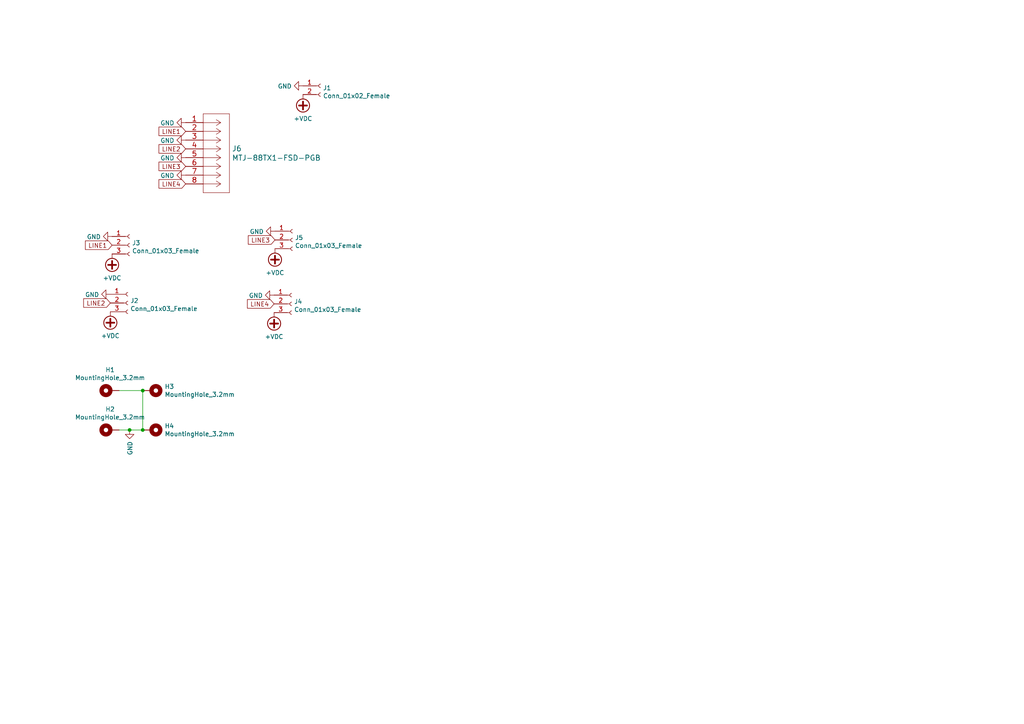
<source format=kicad_sch>
(kicad_sch (version 20211123) (generator eeschema)
  (paper "A4")
  (lib_symbols
    (symbol "2021-08-17_20-41-37:MTJ-88TX1-FSD-PGB" (pin_names (offset 0.254) hide)
      (property "Reference" "J" (at 8.89 6.35 0))
      (property "Value" "2021-08-17_20-41-37_MTJ-88TX1-FSD-PGB" (at 10.16 -10.16 0))
      (symbol "MTJ-88TX1-FSD-PGB_1_1"
        (polyline (pts (xy 5.08 -20.32) (xy 12.7 -20.32)) (stroke (width 0.127)))
        (polyline (pts (xy 5.08 2.54) (xy 5.08 -20.32)) (stroke (width 0.127)))
        (polyline (pts (xy 10.16 -17.78) (xy 5.08 -17.78)) (stroke (width 0.127)))
        (polyline (pts (xy 10.16 -17.78) (xy 8.89 -18.6182)) (stroke (width 0.127)))
        (polyline (pts (xy 10.16 -17.78) (xy 8.89 -16.9418)) (stroke (width 0.127)))
        (polyline (pts (xy 10.16 -15.24) (xy 5.08 -15.24)) (stroke (width 0.127)))
        (polyline (pts (xy 10.16 -15.24) (xy 8.89 -16.0782)) (stroke (width 0.127)))
        (polyline (pts (xy 10.16 -15.24) (xy 8.89 -14.4018)) (stroke (width 0.127)))
        (polyline (pts (xy 10.16 -12.7) (xy 5.08 -12.7)) (stroke (width 0.127)))
        (polyline (pts (xy 10.16 -12.7) (xy 8.89 -13.5382)) (stroke (width 0.127)))
        (polyline (pts (xy 10.16 -12.7) (xy 8.89 -11.8618)) (stroke (width 0.127)))
        (polyline (pts (xy 10.16 -10.16) (xy 5.08 -10.16)) (stroke (width 0.127)))
        (polyline (pts (xy 10.16 -10.16) (xy 8.89 -10.9982)) (stroke (width 0.127)))
        (polyline (pts (xy 10.16 -10.16) (xy 8.89 -9.3218)) (stroke (width 0.127)))
        (polyline (pts (xy 10.16 -7.62) (xy 5.08 -7.62)) (stroke (width 0.127)))
        (polyline (pts (xy 10.16 -7.62) (xy 8.89 -8.4582)) (stroke (width 0.127)))
        (polyline (pts (xy 10.16 -7.62) (xy 8.89 -6.7818)) (stroke (width 0.127)))
        (polyline (pts (xy 10.16 -5.08) (xy 5.08 -5.08)) (stroke (width 0.127)))
        (polyline (pts (xy 10.16 -5.08) (xy 8.89 -5.9182)) (stroke (width 0.127)))
        (polyline (pts (xy 10.16 -5.08) (xy 8.89 -4.2418)) (stroke (width 0.127)))
        (polyline (pts (xy 10.16 -2.54) (xy 5.08 -2.54)) (stroke (width 0.127)))
        (polyline (pts (xy 10.16 -2.54) (xy 8.89 -3.3782)) (stroke (width 0.127)))
        (polyline (pts (xy 10.16 -2.54) (xy 8.89 -1.7018)) (stroke (width 0.127)))
        (polyline (pts (xy 10.16 0) (xy 5.08 0)) (stroke (width 0.127)))
        (polyline (pts (xy 10.16 0) (xy 8.89 -0.8382)) (stroke (width 0.127)))
        (polyline (pts (xy 10.16 0) (xy 8.89 0.8382)) (stroke (width 0.127)))
        (polyline (pts (xy 12.7 -20.32) (xy 12.7 2.54)) (stroke (width 0.127)))
        (polyline (pts (xy 12.7 2.54) (xy 5.08 2.54)) (stroke (width 0.127)))
        (pin unspecified line (at 0 0 0) (length 5.08) (name "1") (number "1"))
        (pin unspecified line (at 0 -2.54 0) (length 5.08) (name "2") (number "2"))
        (pin unspecified line (at 0 -5.08 0) (length 5.08) (name "3") (number "3"))
        (pin unspecified line (at 0 -7.62 0) (length 5.08) (name "4") (number "4"))
        (pin unspecified line (at 0 -10.16 0) (length 5.08) (name "5") (number "5"))
        (pin unspecified line (at 0 -12.7 0) (length 5.08) (name "6") (number "6"))
        (pin unspecified line (at 0 -15.24 0) (length 5.08) (name "7") (number "7"))
        (pin unspecified line (at 0 -17.78 0) (length 5.08) (name "8") (number "8"))
      )
    )
    (symbol "Connector:Conn_01x02_Female" (pin_names (offset 1.016) hide)
      (property "Reference" "J" (at 0 2.54 0))
      (property "Value" "Conn_01x02_Female" (at 0 -5.08 0))
      (symbol "Conn_01x02_Female_1_1"
        (arc (start 0 -2.032) (mid -0.508 -2.54) (end 0 -3.048) (stroke (width 0.1524)))
        (polyline (pts (xy -1.27 -2.54) (xy -0.508 -2.54)) (stroke (width 0.1524)))
        (polyline (pts (xy -1.27 0) (xy -0.508 0)) (stroke (width 0.1524)))
        (arc (start 0 0.508) (mid -0.508 0) (end 0 -0.508) (stroke (width 0.1524)))
        (pin passive line (at -5.08 0 0) (length 3.81) (name "Pin_1") (number "1"))
        (pin passive line (at -5.08 -2.54 0) (length 3.81) (name "Pin_2") (number "2"))
      )
    )
    (symbol "Connector:Conn_01x03_Female" (pin_names (offset 1.016) hide)
      (property "Reference" "J" (at 0 5.08 0))
      (property "Value" "Conn_01x03_Female" (at 0 -5.08 0))
      (symbol "Conn_01x03_Female_1_1"
        (arc (start 0 -2.032) (mid -0.508 -2.54) (end 0 -3.048) (stroke (width 0.1524)))
        (polyline (pts (xy -1.27 -2.54) (xy -0.508 -2.54)) (stroke (width 0.1524)))
        (polyline (pts (xy -1.27 0) (xy -0.508 0)) (stroke (width 0.1524)))
        (polyline (pts (xy -1.27 2.54) (xy -0.508 2.54)) (stroke (width 0.1524)))
        (arc (start 0 0.508) (mid -0.508 0) (end 0 -0.508) (stroke (width 0.1524)))
        (arc (start 0 3.048) (mid -0.508 2.54) (end 0 2.032) (stroke (width 0.1524)))
        (pin passive line (at -5.08 2.54 0) (length 3.81) (name "Pin_1") (number "1"))
        (pin passive line (at -5.08 0 0) (length 3.81) (name "Pin_2") (number "2"))
        (pin passive line (at -5.08 -2.54 0) (length 3.81) (name "Pin_3") (number "3"))
      )
    )
    (symbol "Mechanical:MountingHole_Pad" (pin_numbers hide) (pin_names (offset 1.016) hide)
      (property "Reference" "H" (at 0 6.35 0))
      (property "Value" "MountingHole_Pad" (at 0 4.445 0))
      (symbol "MountingHole_Pad_0_1"
        (circle (center 0 1.27) (radius 1.27) (stroke (width 1.27)))
      )
      (symbol "MountingHole_Pad_1_1"
        (pin input line (at 0 -2.54 90) (length 2.54) (name "1") (number "1"))
      )
    )
    (symbol "power:+VDC" (power) (pin_names (offset 0))
      (property "Value" "+VDC" (at 0 6.35 0))
      (symbol "+VDC_0_1"
        (polyline (pts (xy -1.143 3.175) (xy 1.143 3.175)) (stroke (width 0.508)))
        (polyline (pts (xy 0 0) (xy 0 1.27)))
        (polyline (pts (xy 0 2.032) (xy 0 4.318)) (stroke (width 0.508)))
        (circle (center 0 3.175) (radius 1.905) (stroke (width 0.254)))
      )
      (symbol "+VDC_1_1"
        (pin power_in line (at 0 0 90) (length 0) hide (name "+VDC") (number "1"))
      )
    )
    (symbol "power:GND" (power) (pin_names (offset 0))
      (property "Value" "GND" (at 0 -3.81 0))
      (symbol "GND_0_1"
        (polyline (pts (xy 0 0) (xy 0 -1.27) (xy 1.27 -1.27) (xy 0 -2.54) (xy -1.27 -1.27) (xy 0 -1.27)))
      )
      (symbol "GND_1_1"
        (pin power_in line (at 0 0 270) (length 0) hide (name "GND") (number "1"))
      )
    )
  )
  (junction (at 41.402 113.284))
  (junction (at 37.592 124.714))
  (junction (at 41.402 124.714))
  (wire (pts (xy 41.402 113.284) (xy 41.402 124.714)))
  (wire (pts (xy 37.592 124.714) (xy 41.402 124.714)))
  (wire (pts (xy 34.544 113.284) (xy 41.402 113.284)))
  (wire (pts (xy 34.544 124.714) (xy 37.592 124.714)))
  (global_label "LINE3" (shape input) (at 79.756 69.596 180) (property "Intersheet References" "${INTERSHEET_REFS}" (effects hide)))
  (global_label "LINE4" (shape input) (at 79.502 88.138 180) (property "Intersheet References" "${INTERSHEET_REFS}" (effects hide)))
  (global_label "LINE2" (shape input) (at 32.004 87.884 180) (property "Intersheet References" "${INTERSHEET_REFS}" (effects hide)))
  (global_label "LINE2" (shape input) (at 53.848 43.18 180) (property "Intersheet References" "${INTERSHEET_REFS}" (effects hide)))
  (global_label "LINE3" (shape input) (at 53.848 48.26 180) (property "Intersheet References" "${INTERSHEET_REFS}" (effects hide)))
  (global_label "LINE1" (shape input) (at 53.848 38.1 180) (property "Intersheet References" "${INTERSHEET_REFS}" (effects hide)))
  (global_label "LINE1" (shape input) (at 32.512 71.12 180) (property "Intersheet References" "${INTERSHEET_REFS}" (effects hide)))
  (global_label "LINE4" (shape input) (at 53.848 53.34 180) (property "Intersheet References" "${INTERSHEET_REFS}" (effects hide)))
  (symbol (lib_id "power:GND") (at 53.848 50.8 270) (unit 1)
    (property "Reference" "#PWR0114" (effects hide))
    (property "Value" "GND" (at 50.5968 50.927 90) (effects (justify right)))
  )
  (symbol (lib_id "power:GND") (at 53.848 45.72 270) (unit 1)
    (property "Reference" "#PWR0101" (effects hide))
    (property "Value" "GND" (at 50.5968 45.847 90) (effects (justify right)))
  )
  (symbol (lib_id "power:GND") (at 53.848 40.64 270) (unit 1)
    (property "Reference" "#PWR0102" (effects hide))
    (property "Value" "GND" (at 50.5968 40.767 90) (effects (justify right)))
  )
  (symbol (lib_id "power:GND") (at 53.848 35.56 270) (unit 1)
    (property "Reference" "#PWR0103" (effects hide))
    (property "Value" "GND" (at 50.5968 35.687 90) (effects (justify right)))
  )
  (symbol (lib_id "Connector:Conn_01x02_Female") (at 92.964 24.892 0) (unit 1)
    (property "Reference" "J1" (at 93.6752 25.5016 0) (effects (justify left)))
    (property "Value" "Conn_01x02_Female" (at 93.6752 27.813 0) (effects (justify left)))
    (property "Footprint" "Connector_PinSocket_2.54mm:PinSocket_1x02_P2.54mm_Vertical" (effects hide))
  )
  (symbol (lib_id "power:GND") (at 87.884 24.892 270) (unit 1)
    (property "Reference" "#PWR0104" (effects hide))
    (property "Value" "GND" (at 84.6328 25.019 90) (effects (justify right)))
    (property "Footprint" "Connector_PinSocket_2.54mm:PinSocket_1x02_P2.54mm_Vertical" (effects hide))
  )
  (symbol (lib_id "power:+VDC") (at 87.884 27.432 180) (unit 1)
    (property "Reference" "#PWR0105" (effects hide))
    (property "Value" "+VDC" (at 87.884 34.417 0))
  )
  (symbol (lib_id "Connector:Conn_01x03_Female") (at 37.592 71.12 0) (unit 1)
    (property "Reference" "J3" (at 38.3032 70.4596 0) (effects (justify left)))
    (property "Value" "Conn_01x03_Female" (at 38.3032 72.771 0) (effects (justify left)))
    (property "Footprint" "Connector_PinSocket_2.54mm:PinSocket_1x03_P2.54mm_Vertical" (effects hide))
  )
  (symbol (lib_id "Connector:Conn_01x03_Female") (at 37.084 87.884 0) (unit 1)
    (property "Reference" "J2" (at 37.7952 87.2236 0) (effects (justify left)))
    (property "Value" "Conn_01x03_Female" (at 37.7952 89.535 0) (effects (justify left)))
    (property "Footprint" "Connector_PinSocket_2.54mm:PinSocket_1x03_P2.54mm_Vertical" (effects hide))
  )
  (symbol (lib_id "Connector:Conn_01x03_Female") (at 84.836 69.596 0) (unit 1)
    (property "Reference" "J5" (at 85.5472 68.9356 0) (effects (justify left)))
    (property "Value" "Conn_01x03_Female" (at 85.5472 71.247 0) (effects (justify left)))
    (property "Footprint" "Connector_PinSocket_2.54mm:PinSocket_1x03_P2.54mm_Vertical" (effects hide))
  )
  (symbol (lib_id "Connector:Conn_01x03_Female") (at 84.582 88.138 0) (unit 1)
    (property "Reference" "J4" (at 85.2932 87.4776 0) (effects (justify left)))
    (property "Value" "Conn_01x03_Female" (at 85.2932 89.789 0) (effects (justify left)))
    (property "Footprint" "Connector_PinSocket_2.54mm:PinSocket_1x03_P2.54mm_Vertical" (effects hide))
  )
  (symbol (lib_id "power:+VDC") (at 79.502 90.678 180) (unit 1)
    (property "Reference" "#PWR0106" (effects hide))
    (property "Value" "+VDC" (at 79.502 97.663 0))
  )
  (symbol (lib_id "power:+VDC") (at 79.756 72.136 180) (unit 1)
    (property "Reference" "#PWR0107" (effects hide))
    (property "Value" "+VDC" (at 79.756 79.121 0))
  )
  (symbol (lib_id "power:+VDC") (at 32.512 73.66 180) (unit 1)
    (property "Reference" "#PWR0108" (effects hide))
    (property "Value" "+VDC" (at 32.512 80.645 0))
  )
  (symbol (lib_id "power:+VDC") (at 32.004 90.424 180) (unit 1)
    (property "Reference" "#PWR0109" (effects hide))
    (property "Value" "+VDC" (at 32.004 97.409 0))
  )
  (symbol (lib_id "power:GND") (at 79.756 67.056 270) (unit 1)
    (property "Reference" "#PWR0110" (effects hide))
    (property "Value" "GND" (at 76.5048 67.183 90) (effects (justify right)))
  )
  (symbol (lib_id "power:GND") (at 79.502 85.598 270) (unit 1)
    (property "Reference" "#PWR0111" (effects hide))
    (property "Value" "GND" (at 76.2508 85.725 90) (effects (justify right)))
  )
  (symbol (lib_id "power:GND") (at 32.004 85.344 270) (unit 1)
    (property "Reference" "#PWR0112" (effects hide))
    (property "Value" "GND" (at 28.7528 85.471 90) (effects (justify right)))
  )
  (symbol (lib_id "power:GND") (at 32.512 68.58 270) (unit 1)
    (property "Reference" "#PWR0113" (effects hide))
    (property "Value" "GND" (at 29.2608 68.707 90) (effects (justify right)))
  )
  (symbol (lib_id "2021-08-17_20-41-37:MTJ-88TX1-FSD-PGB") (at 53.848 35.56 0) (unit 1)
    (property "Reference" "J6" (at 67.2592 43.1038 0) (effects (font (size 1.524 1.524)) (justify left)))
    (property "Value" "MTJ-88TX1-FSD-PGB" (at 67.2592 45.7962 0) (effects (font (size 1.524 1.524)) (justify left)))
    (property "Footprint" "footprints:MTJ-88TX1-FSD-PGB" (effects hide))
  )
  (symbol (lib_id "Mechanical:MountingHole_Pad") (at 32.004 113.284 90) (unit 1)
    (property "Reference" "H1" (at 31.9278 107.2642 90))
    (property "Value" "MountingHole_3.2mm" (at 31.9278 109.5756 90))
    (property "Footprint" "MountingHole:MountingHole_3.2mm_M3_Pad_Via" (effects hide))
  )
  (symbol (lib_id "Mechanical:MountingHole_Pad") (at 32.004 124.714 90) (unit 1)
    (property "Reference" "H2" (at 31.9278 118.6942 90))
    (property "Value" "MountingHole_3.2mm" (at 31.9278 121.0056 90))
    (property "Footprint" "MountingHole:MountingHole_3.2mm_M3_Pad_Via" (effects hide))
  )
  (symbol (lib_id "Mechanical:MountingHole_Pad") (at 43.942 124.714 270) (unit 1)
    (property "Reference" "H4" (at 47.752 123.5456 90) (effects (justify left)))
    (property "Value" "MountingHole_3.2mm" (at 47.752 125.857 90) (effects (justify left)))
    (property "Footprint" "MountingHole:MountingHole_3.2mm_M3_Pad_Via" (effects hide))
  )
  (symbol (lib_id "Mechanical:MountingHole_Pad") (at 43.942 113.284 270) (unit 1)
    (property "Reference" "H3" (at 47.752 112.1156 90) (effects (justify left)))
    (property "Value" "MountingHole_3.2mm" (at 47.752 114.427 90) (effects (justify left)))
    (property "Footprint" "MountingHole:MountingHole_3.2mm_M3_Pad_Via" (effects hide))
  )
  (symbol (lib_id "power:GND") (at 37.592 124.714 0) (unit 1)
    (property "Reference" "#PWR0115" (effects hide))
    (property "Value" "GND" (at 37.719 127.9652 90) (effects (justify right)))
  )
)
</source>
